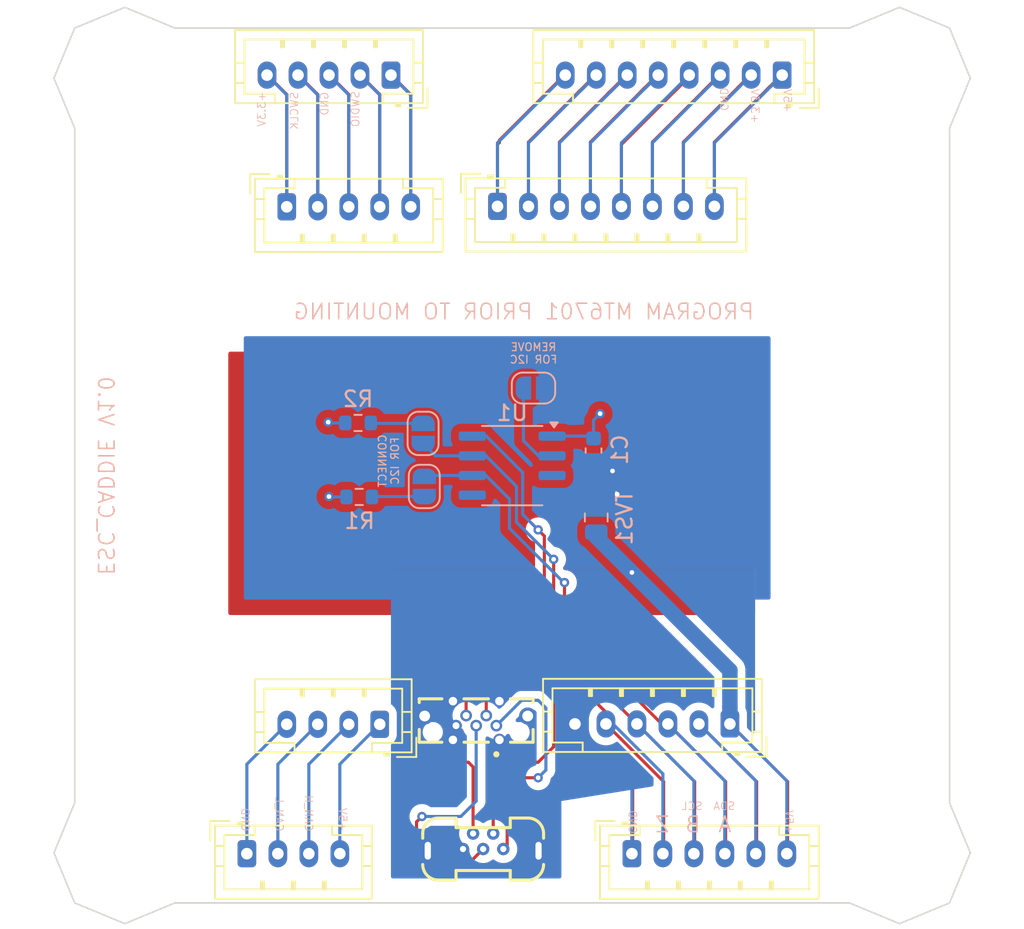
<source format=kicad_pcb>
(kicad_pcb (version 20240108) (generator "pcbnew") (generator_version "8.0")
  (layers (0 "F.Cu" signal) (31 "B.Cu" signal) (34 "B.Paste" user) (35 "F.Paste" user) (36 "B.SilkS" user "B.Silkscreen") (37 "F.SilkS" user "F.Silkscreen") (38 "B.Mask" user) (39 "F.Mask" user) (44 "Edge.Cuts" user))
  (net 0 "")
  (net 1 "GND")
  (net 2 "Vcc")
  (net 3 "ENC_A")
  (net 4 "ENC_B")
  (net 5 "ENC_Z")
  (net 6 "Net-(JP1-A)")
  (net 7 "Net-(JP2-A)")
  (net 8 "MODE")
  (net 10 "/OUT")
  (net 11 "Net-(J2-D+)")
  (net 12 "Net-(J2-D-)")
  (net 13 "Net-(J2-ID)")
  (net 14 "Net-(J2-VBUS)")
  (net 15 "Net-(J4-Pin_3)")
  (net 16 "Net-(J4-Pin_2)")
  (net 17 "Net-(J4-Pin_4)")
  (net 18 "Net-(J4-Pin_1)")
  (net 19 "Net-(J5-Pin_4)")
  (net 20 "Net-(J5-Pin_1)")
  (net 21 "Net-(J5-Pin_3)")
  (net 22 "Net-(J5-Pin_2)")
  (net 23 "Net-(J5-Pin_5)")
  (net 24 "Net-(J11-Pin_7)")
  (net 25 "Net-(J11-Pin_2)")
  (net 26 "Net-(J11-Pin_3)")
  (net 27 "Net-(J11-Pin_4)")
  (net 28 "Net-(J11-Pin_8)")
  (net 29 "Net-(J11-Pin_1)")
  (net 30 "Net-(J11-Pin_5)")
  (net 31 "Net-(J11-Pin_6)")
  (net 32 "NET1")
  (footprint "MountingHole:MountingHole_2.7mm" (layer "F.Cu") (at 88.32 85.35)
    (property "Reference" "REF**" (hide yes))
    (property "Value" "MountingHole_2.7mm")
    (pad "" np_thru_hole circle (at 0 0) (size 2.7 2.7) (drill 2.7) (layers "*.Cu" "*.Mask"))
  )
  (footprint "Connector_JST:JST_PH_B5B-PH-K_1x05_P2.00mm_Vertical" (layer "F.Cu") (at 48.775 43.65)
    (property "Reference" "J9" (hide yes))
    (property "Value" "Conn_01x05")
    (pad "1" thru_hole roundrect (at 0 0) (size 1.2 1.75) (drill 0.75) (layers "*.Cu" "*.Mask") (roundrect_rratio 0.208333) (net 23 "Net-(J5-Pin_5)"))
    (pad "2" thru_hole oval (at 2 0) (size 1.2 1.75) (drill 0.75) (layers "*.Cu" "*.Mask") (net 19 "Net-(J5-Pin_4)"))
    (pad "3" thru_hole oval (at 4 0) (size 1.2 1.75) (drill 0.75) (layers "*.Cu" "*.Mask") (net 21 "Net-(J5-Pin_3)"))
    (pad "4" thru_hole oval (at 6 0) (size 1.2 1.75) (drill 0.75) (layers "*.Cu" "*.Mask") (net 22 "Net-(J5-Pin_2)"))
    (pad "5" thru_hole oval (at 8 0) (size 1.2 1.75) (drill 0.75) (layers "*.Cu" "*.Mask") (net 20 "Net-(J5-Pin_1)"))
  )
  (footprint "MountingHole:MountingHole_2.7mm" (layer "F.Cu") (at 43.57 43.65)
    (property "Reference" "REF**" (hide yes))
    (property "Value" "MountingHole_2.7mm")
    (pad "" np_thru_hole circle (at 0 0) (size 2.7 2.7) (drill 2.7) (layers "*.Cu" "*.Mask"))
  )
  (footprint "USB3145-30-1-A:USB3145-30-1-A" (layer "F.Cu") (at 61.45 85.1 180)
    (property "Reference" "J1" (hide yes))
    (property "Value" "USB3145-30-1-A")
    (pad "1" thru_hole circle (at -1.3 0 180) (size 0.8 0.8) (drill 0.4) (layers "*.Cu" "*.Mask") (net 14 "Net-(J2-VBUS)"))
    (pad "2" thru_hole circle (at -0.65 1 180) (size 0.8 0.8) (drill 0.4) (layers "*.Cu" "*.Mask") (net 12 "Net-(J2-D-)"))
    (pad "3" thru_hole circle (at 0 0 180) (size 0.8 0.8) (drill 0.4) (layers "*.Cu" "*.Mask") (net 11 "Net-(J2-D+)"))
    (pad "4" thru_hole circle (at 0.65 1 180) (size 0.8 0.8) (drill 0.4) (layers "*.Cu" "*.Mask") (net 13 "Net-(J2-ID)"))
    (pad "5" thru_hole circle (at 1.3 0 180) (size 0.8 0.8) (drill 0.4) (layers "*.Cu" "*.Mask") (net 1 "GND"))
    (pad "S1" thru_hole oval (at -3.575 -0.11 180) (size 0.85 1.7) (drill oval 0.4 1.15) (layers "*.Cu" "*.Mask") (net 1 "GND"))
    (pad "S2" thru_hole oval (at 3.575 -0.11 180) (size 0.85 1.7) (drill oval 0.4 1.15) (layers "*.Cu" "*.Mask") (net 1 "GND"))
  )
  (footprint "MountingHole:MountingHole_2.7mm" (layer "F.Cu") (at 38.32 35.35)
    (property "Reference" "REF**" (hide yes))
    (property "Value" "MountingHole_2.7mm")
    (pad "" np_thru_hole circle (at 0 0) (size 2.7 2.7) (drill 2.7) (layers "*.Cu" "*.Mask"))
  )
  (footprint "Connector_JST:JST_PH_B5B-PH-K_1x05_P2.00mm_Vertical" (layer "F.Cu") (at 55.5 35.15 180)
    (property "Reference" "J5" (hide yes))
    (property "Value" "Conn_01x05")
    (pad "1" thru_hole roundrect (at 0 0 180) (size 1.2 1.75) (drill 0.75) (layers "*.Cu" "*.Mask") (roundrect_rratio 0.208333) (net 20 "Net-(J5-Pin_1)"))
    (pad "2" thru_hole oval (at 2 0 180) (size 1.2 1.75) (drill 0.75) (layers "*.Cu" "*.Mask") (net 22 "Net-(J5-Pin_2)"))
    (pad "3" thru_hole oval (at 4 0 180) (size 1.2 1.75) (drill 0.75) (layers "*.Cu" "*.Mask") (net 21 "Net-(J5-Pin_3)"))
    (pad "4" thru_hole oval (at 6 0 180) (size 1.2 1.75) (drill 0.75) (layers "*.Cu" "*.Mask") (net 19 "Net-(J5-Pin_4)"))
    (pad "5" thru_hole oval (at 8 0 180) (size 1.2 1.75) (drill 0.75) (layers "*.Cu" "*.Mask") (net 23 "Net-(J5-Pin_5)"))
  )
  (footprint "Connector_JST:JST_PH_B4B-PH-K_1x04_P2.00mm_Vertical" (layer "F.Cu") (at 46.2 85.4)
    (property "Reference" "J8" (hide yes))
    (property "Value" "Conn_01x04")
    (pad "1" thru_hole roundrect (at 0 0) (size 1.2 1.75) (drill 0.75) (layers "*.Cu" "*.Mask") (roundrect_rratio 0.208333) (net 17 "Net-(J4-Pin_4)"))
    (pad "2" thru_hole oval (at 2 0) (size 1.2 1.75) (drill 0.75) (layers "*.Cu" "*.Mask") (net 15 "Net-(J4-Pin_3)"))
    (pad "3" thru_hole oval (at 4 0) (size 1.2 1.75) (drill 0.75) (layers "*.Cu" "*.Mask") (net 16 "Net-(J4-Pin_2)"))
    (pad "4" thru_hole oval (at 6 0) (size 1.2 1.75) (drill 0.75) (layers "*.Cu" "*.Mask") (net 18 "Net-(J4-Pin_1)"))
  )
  (footprint "Connector_JST:JST_PH_B6B-PH-K_1x06_P2.00mm_Vertical" (layer "F.Cu") (at 77.375 77.025 180)
    (property "Reference" "J6" (hide yes))
    (property "Value" "Conn_01x06")
    (pad "1" thru_hole roundrect (at 0 0 180) (size 1.2 1.75) (drill 0.75) (layers "*.Cu" "*.Mask") (roundrect_rratio 0.208333) (net 2 "Vcc"))
    (pad "2" thru_hole oval (at 2 0 180) (size 1.2 1.75) (drill 0.75) (layers "*.Cu" "*.Mask") (net 32 "NET1"))
    (pad "3" thru_hole oval (at 4 0 180) (size 1.2 1.75) (drill 0.75) (layers "*.Cu" "*.Mask") (net 3 "ENC_A"))
    (pad "4" thru_hole oval (at 6 0 180) (size 1.2 1.75) (drill 0.75) (layers "*.Cu" "*.Mask") (net 4 "ENC_B"))
    (pad "5" thru_hole oval (at 8 0 180) (size 1.2 1.75) (drill 0.75) (layers "*.Cu" "*.Mask") (net 5 "ENC_Z"))
    (pad "6" thru_hole oval (at 10 0 180) (size 1.2 1.75) (drill 0.75) (layers "*.Cu" "*.Mask") (net 1 "GND"))
  )
  (footprint "MountingHole:MountingHole_2.7mm" (layer "F.Cu") (at 38.32 85.35)
    (property "Reference" "REF**" (hide yes))
    (property "Value" "MountingHole_2.7mm")
    (pad "" np_thru_hole circle (at 0 0) (size 2.7 2.7) (drill 2.7) (layers "*.Cu" "*.Mask"))
  )
  (footprint "USB3150-30-130-A:GCT_USB3150-30-130-A" (layer "F.Cu") (at 61 76.485 180)
    (property "Reference" "J2" (hide yes))
    (property "Value" "USB3150-30-130-A")
    (pad "" np_thru_hole circle (at -2.8 -1.07 180) (size 0.8 0.8) (drill 0.8) (layers "*.Cu" "*.Mask"))
    (pad "" np_thru_hole circle (at 2.8 -1.07 180) (size 0.8 0.8) (drill 0.8) (layers "*.Cu" "*.Mask"))
    (pad "1" thru_hole circle (at -1.3 -0.65 180) (size 0.75 0.75) (drill 0.45) (layers "*.Cu" "*.Mask") (net 14 "Net-(J2-VBUS)"))
    (pad "2" thru_hole circle (at -0.65 0 180) (size 0.75 0.75) (drill 0.45) (layers "*.Cu" "*.Mask") (net 12 "Net-(J2-D-)"))
    (pad "3" thru_hole circle (at 0 -0.65 180) (size 0.75 0.75) (drill 0.45) (layers "*.Cu" "*.Mask") (net 11 "Net-(J2-D+)"))
    (pad "4" thru_hole circle (at 0.65 0 180) (size 0.75 0.75) (drill 0.45) (layers "*.Cu" "*.Mask") (net 13 "Net-(J2-ID)"))
    (pad "5" thru_hole circle (at 1.3 -0.65 180) (size 0.75 0.75) (drill 0.45) (layers "*.Cu" "*.Mask") (net 1 "GND"))
    (pad "S1" thru_hole circle (at -1.5 -1.57 180) (size 0.79 0.79) (drill 0.55) (layers "*.Cu" "*.Mask") (net 1 "GND"))
    (pad "S2" thru_hole circle (at 1.5 -1.57 180) (size 0.79 0.79) (drill 0.55) (layers "*.Cu" "*.Mask") (net 1 "GND"))
    (pad "S3" thru_hole circle (at -1.5 0.93 180) (size 0.79 0.79) (drill 0.55) (layers "*.Cu" "*.Mask") (net 1 "GND"))
    (pad "S4" thru_hole circle (at 1.5 0.93 180) (size 0.79 0.79) (drill 0.55) (layers "*.Cu" "*.Mask") (net 1 "GND"))
    (pad "S5" thru_hole circle (at -3.325 -0.03 180) (size 1.1 1.1) (drill 0.7) (layers "*.Cu" "*.Mask") (net 1 "GND"))
    (pad "S6" thru_hole circle (at 3.325 -0.03 180) (size 1.1 1.1) (drill 0.7) (layers "*.Cu" "*.Mask") (net 1 "GND"))
  )
  (footprint "MountingHole:MountingHole_2.7mm" (layer "F.Cu") (at 43.57 77.05)
    (property "Reference" "REF**" (hide yes))
    (property "Value" "MountingHole_2.7mm")
    (pad "" np_thru_hole circle (at 0 0) (size 2.7 2.7) (drill 2.7) (layers "*.Cu" "*.Mask"))
  )
  (footprint "MountingHole:MountingHole_2.7mm" (layer "F.Cu") (at 88.32 35.35)
    (property "Reference" "REF**" (hide yes))
    (property "Value" "MountingHole_2.7mm")
    (pad "" np_thru_hole circle (at 0 0) (size 2.7 2.7) (drill 2.7) (layers "*.Cu" "*.Mask"))
  )
  (footprint "MountingHole:MountingHole_2.7mm" (layer "F.Cu") (at 83.07 77.05)
    (property "Reference" "REF**" (hide yes))
    (property "Value" "MountingHole_2.7mm")
    (pad "" np_thru_hole circle (at 0 0) (size 2.7 2.7) (drill 2.7) (layers "*.Cu" "*.Mask"))
  )
  (footprint "Connector_JST:JST_PH_B4B-PH-K_1x04_P2.00mm_Vertical" (layer "F.Cu") (at 54.775 77.05 180)
    (property "Reference" "J4" (hide yes))
    (property "Value" "Conn_01x04")
    (pad "1" thru_hole roundrect (at 0 0 180) (size 1.2 1.75) (drill 0.75) (layers "*.Cu" "*.Mask") (roundrect_rratio 0.208333) (net 18 "Net-(J4-Pin_1)"))
    (pad "2" thru_hole oval (at 2 0 180) (size 1.2 1.75) (drill 0.75) (layers "*.Cu" "*.Mask") (net 16 "Net-(J4-Pin_2)"))
    (pad "3" thru_hole oval (at 4 0 180) (size 1.2 1.75) (drill 0.75) (layers "*.Cu" "*.Mask") (net 15 "Net-(J4-Pin_3)"))
    (pad "4" thru_hole oval (at 6 0 180) (size 1.2 1.75) (drill 0.75) (layers "*.Cu" "*.Mask") (net 17 "Net-(J4-Pin_4)"))
  )
  (footprint "Connector_JST:JST_PH_B8B-PH-K_1x08_P2.00mm_Vertical" (layer "F.Cu") (at 80.75 35.15 180)
    (property "Reference" "J7" (hide yes))
    (property "Value" "Conn_01x08")
    (pad "1" thru_hole roundrect (at 0 0 180) (size 1.2 1.75) (drill 0.75) (layers "*.Cu" "*.Mask") (roundrect_rratio 0.208333) (net 28 "Net-(J11-Pin_8)"))
    (pad "2" thru_hole oval (at 2 0 180) (size 1.2 1.75) (drill 0.75) (layers "*.Cu" "*.Mask") (net 24 "Net-(J11-Pin_7)"))
    (pad "3" thru_hole oval (at 4 0 180) (size 1.2 1.75) (drill 0.75) (layers "*.Cu" "*.Mask") (net 31 "Net-(J11-Pin_6)"))
    (pad "4" thru_hole oval (at 6 0 180) (size 1.2 1.75) (drill 0.75) (layers "*.Cu" "*.Mask") (net 30 "Net-(J11-Pin_5)"))
    (pad "5" thru_hole oval (at 8 0 180) (size 1.2 1.75) (drill 0.75) (layers "*.Cu" "*.Mask") (net 27 "Net-(J11-Pin_4)"))
    (pad "6" thru_hole oval (at 10 0 180) (size 1.2 1.75) (drill 0.75) (layers "*.Cu" "*.Mask") (net 26 "Net-(J11-Pin_3)"))
    (pad "7" thru_hole oval (at 12 0 180) (size 1.2 1.75) (drill 0.75) (layers "*.Cu" "*.Mask") (net 25 "Net-(J11-Pin_2)"))
    (pad "8" thru_hole oval (at 14 0 180) (size 1.2 1.75) (drill 0.75) (layers "*.Cu" "*.Mask") (net 29 "Net-(J11-Pin_1)"))
  )
  (footprint "Connector_JST:JST_PH_B8B-PH-K_1x08_P2.00mm_Vertical" (layer "F.Cu") (at 62.375 43.625)
    (property "Reference" "J11" (hide yes))
    (property "Value" "Conn_01x08")
    (pad "1" thru_hole roundrect (at 0 0) (size 1.2 1.75) (drill 0.75) (layers "*.Cu" "*.Mask") (roundrect_rratio 0.208333) (net 29 "Net-(J11-Pin_1)"))
    (pad "2" thru_hole oval (at 2 0) (size 1.2 1.75) (drill 0.75) (layers "*.Cu" "*.Mask") (net 25 "Net-(J11-Pin_2)"))
    (pad "3" thru_hole oval (at 4 0) (size 1.2 1.75) (drill 0.75) (layers "*.Cu" "*.Mask") (net 26 "Net-(J11-Pin_3)"))
    (pad "4" thru_hole oval (at 6 0) (size 1.2 1.75) (drill 0.75) (layers "*.Cu" "*.Mask") (net 27 "Net-(J11-Pin_4)"))
    (pad "5" thru_hole oval (at 8 0) (size 1.2 1.75) (drill 0.75) (layers "*.Cu" "*.Mask") (net 30 "Net-(J11-Pin_5)"))
    (pad "6" thru_hole oval (at 10 0) (size 1.2 1.75) (drill 0.75) (layers "*.Cu" "*.Mask") (net 31 "Net-(J11-Pin_6)"))
    (pad "7" thru_hole oval (at 12 0) (size 1.2 1.75) (drill 0.75) (layers "*.Cu" "*.Mask") (net 24 "Net-(J11-Pin_7)"))
    (pad "8" thru_hole oval (at 14 0) (size 1.2 1.75) (drill 0.75) (layers "*.Cu" "*.Mask") (net 28 "Net-(J11-Pin_8)"))
  )
  (footprint "Connector_JST:JST_PH_B6B-PH-K_1x06_P2.00mm_Vertical" (layer "F.Cu") (at 71.05 85.4)
    (property "Reference" "J10" (hide yes))
    (property "Value" "Conn_01x06")
    (pad "1" thru_hole roundrect (at 0 0) (size 1.2 1.75) (drill 0.75) (layers "*.Cu" "*.Mask") (roundrect_rratio 0.208333) (net 1 "GND"))
    (pad "2" thru_hole oval (at 2 0) (size 1.2 1.75) (drill 0.75) (layers "*.Cu" "*.Mask") (net 5 "ENC_Z"))
    (pad "3" thru_hole oval (at 4 0) (size 1.2 1.75) (drill 0.75) (layers "*.Cu" "*.Mask") (net 4 "ENC_B"))
    (pad "4" thru_hole oval (at 6 0) (size 1.2 1.75) (drill 0.75) (layers "*.Cu" "*.Mask") (net 3 "ENC_A"))
    (pad "5" thru_hole oval (at 8 0) (size 1.2 1.75) (drill 0.75) (layers "*.Cu" "*.Mask") (net 32 "NET1"))
    (pad "6" thru_hole oval (at 10 0) (size 1.2 1.75) (drill 0.75) (layers "*.Cu" "*.Mask") (net 2 "Vcc"))
  )
  (footprint "MountingHole:MountingHole_2.7mm" (layer "F.Cu") (at 83.07 43.65)
    (property "Reference" "REF**" (hide yes))
    (property "Value" "MountingHole_2.7mm")
    (pad "" np_thru_hole circle (at 0 0) (size 2.7 2.7) (drill 2.7) (layers "*.Cu" "*.Mask"))
  )
  (footprint "Jumper:SolderJumper-2_P1.3mm_Open_RoundedPad1.0x1.5mm" (layer "B.Cu") (at 64.7 55.35)
    (property "Reference" "JP3" (hide yes))
    (property "Value" "SolderJumper_2_Open")
    (pad "1" smd custom (at -0.65 0) (size 1 0.5) (layers "B.Cu" "B.Mask") (net 8 "MODE") (options (clearance outline) (anchor rect)) (primitives (gr_circle (center 0 -0.25) (end 0.5 -0.25) (width 0) (fill yes)) (gr_circle (center 0 0.25) (end 0.5 0.25) (width 0) (fill yes)) (gr_poly (pts (xy 0.5 -0.75) (xy 0 -0.75) (xy 0 0.75) (xy 0.5 0.75)) (width 0) (fill yes))))
    (pad "2" smd custom (at 0.65 0) (size 1 0.5) (layers "B.Cu" "B.Mask") (net 1 "GND") (options (clearance outline) (anchor rect)) (primitives (gr_circle (center 0 -0.25) (end 0.5 -0.25) (width 0) (fill yes)) (gr_circle (center 0 0.25) (end 0.5 0.25) (width 0) (fill yes)) (gr_poly (pts (xy 0 -0.75) (xy -0.5 -0.75) (xy -0.5 0.75) (xy 0 0.75)) (width 0) (fill yes))))
  )
  (footprint "Resistor_SMD:R_0603_1608Metric" (layer "B.Cu") (at 53.45 62.375 180)
    (property "Reference" "R1" (at -0.025 -1.55 0) (layer "B.SilkS") (effects (justify mirror)))
    (property "Value" "R")
    (pad "1" smd roundrect (at -0.825 0 180) (size 0.8 0.95) (layers "B.Cu" "B.Paste" "B.Mask") (net 6 "Net-(JP1-A)"))
    (pad "2" smd roundrect (at 0.825 0 180) (size 0.8 0.95) (layers "B.Cu" "B.Paste" "B.Mask") (net 2 "Vcc"))
  )
  (footprint "Package_SO:SO-8_3.9x4.9mm_P1.27mm" (layer "B.Cu") (at 63.325 60.355 180)
    (property "Reference" "U1" (at 0 3.4 0) (layer "B.SilkS") (effects (justify mirror)))
    (property "Value" "MT6701CT")
    (pad "1" smd roundrect (at -2.575 1.905 180) (size 1.75 0.6) (layers "B.Cu" "B.Paste" "B.Mask") (net 2 "Vcc"))
    (pad "2" smd roundrect (at -2.575 0.635 180) (size 1.75 0.6) (layers "B.Cu" "B.Paste" "B.Mask") (net 8 "MODE"))
    (pad "3" smd roundrect (at -2.575 -0.635 180) (size 1.75 0.6) (layers "B.Cu" "B.Paste" "B.Mask") (net 10 "/OUT"))
    (pad "4" smd roundrect (at -2.575 -1.905 180) (size 1.75 0.6) (layers "B.Cu" "B.Paste" "B.Mask") (net 1 "GND"))
    (pad "5" smd roundrect (at 2.575 -1.905 180) (size 1.75 0.6) (layers "B.Cu" "B.Paste" "B.Mask"))
    (pad "6" smd roundrect (at 2.575 -0.635 180) (size 1.75 0.6) (layers "B.Cu" "B.Paste" "B.Mask") (net 3 "ENC_A"))
    (pad "7" smd roundrect (at 2.575 0.635 180) (size 1.75 0.6) (layers "B.Cu" "B.Paste" "B.Mask") (net 4 "ENC_B"))
    (pad "8" smd roundrect (at 2.575 1.905 180) (size 1.75 0.6) (layers "B.Cu" "B.Paste" "B.Mask") (net 5 "ENC_Z"))
  )
  (footprint "Jumper:SolderJumper-2_P1.3mm_Open_RoundedPad1.0x1.5mm" (layer "B.Cu") (at 57.575 58.275 -90)
    (property "Reference" "JP2" (hide yes))
    (property "Value" "SolderJumper_2_Open")
    (pad "1" smd custom (at -0.65 0 270) (size 1 0.5) (layers "B.Cu" "B.Mask") (net 7 "Net-(JP2-A)") (options (clearance outline) (anchor rect)) (primitives (gr_circle (center 0 -0.25) (end 0.5 -0.25) (width 0) (fill yes)) (gr_circle (center 0 0.25) (end 0.5 0.25) (width 0) (fill yes)) (gr_poly (pts (xy 0.5 -0.75) (xy 0 -0.75) (xy 0 0.75) (xy 0.5 0.75)) (width 0) (fill yes))))
    (pad "2" smd custom (at 0.65 0 270) (size 1 0.5) (layers "B.Cu" "B.Mask") (net 4 "ENC_B") (options (clearance outline) (anchor rect)) (primitives (gr_circle (center 0 -0.25) (end 0.5 -0.25) (width 0) (fill yes)) (gr_circle (center 0 0.25) (end 0.5 0.25) (width 0) (fill yes)) (gr_poly (pts (xy 0 -0.75) (xy -0.5 -0.75) (xy -0.5 0.75) (xy 0 0.75)) (width 0) (fill yes))))
  )
  (footprint "Jumper:SolderJumper-2_P1.3mm_Open_RoundedPad1.0x1.5mm" (layer "B.Cu") (at 57.65 61.7 90)
    (property "Reference" "JP1" (hide yes))
    (property "Value" "SolderJumper_2_Open")
    (pad "1" smd custom (at -0.65 0 90) (size 1 0.5) (layers "B.Cu" "B.Mask") (net 6 "Net-(JP1-A)") (options (clearance outline) (anchor rect)) (primitives (gr_circle (center 0 -0.25) (end 0.5 -0.25) (width 0) (fill yes)) (gr_circle (center 0 0.25) (end 0.5 0.25) (width 0) (fill yes)) (gr_poly (pts (xy 0.5 -0.75) (xy 0 -0.75) (xy 0 0.75) (xy 0.5 0.75)) (width 0) (fill yes))))
    (pad "2" smd custom (at 0.65 0 90) (size 1 0.5) (layers "B.Cu" "B.Mask") (net 3 "ENC_A") (options (clearance outline) (anchor rect)) (primitives (gr_circle (center 0 -0.25) (end 0.5 -0.25) (width 0) (fill yes)) (gr_circle (center 0 0.25) (end 0.5 0.25) (width 0) (fill yes)) (gr_poly (pts (xy 0 -0.75) (xy -0.5 -0.75) (xy -0.5 0.75) (xy 0 0.75)) (width 0) (fill yes))))
  )
  (footprint "Capacitor_SMD:C_0805_2012Metric" (layer "B.Cu") (at 68.75 63.7 90)
    (property "Reference" "TVS1" (at -0.025 1.825 90) (layer "B.SilkS") (effects (justify mirror)))
    (property "Value" "SMFJ6.0A / SMFJ6.0CA")
    (pad "1" smd roundrect (at -0.95 0 90) (size 1 1.45) (layers "B.Cu" "B.Paste" "B.Mask") (net 2 "Vcc"))
    (pad "2" smd roundrect (at 0.95 0 90) (size 1 1.45) (layers "B.Cu" "B.Paste" "B.Mask") (net 1 "GND"))
  )
  (footprint "Resistor_SMD:R_0603_1608Metric" (layer "B.Cu") (at 53.375 57.6 180)
    (property "Reference" "R2" (at 0 1.55 0) (layer "B.SilkS") (effects (justify mirror)))
    (property "Value" "R")
    (pad "1" smd roundrect (at -0.825 0 180) (size 0.8 0.95) (layers "B.Cu" "B.Paste" "B.Mask") (net 7 "Net-(JP2-A)"))
    (pad "2" smd roundrect (at 0.825 0 180) (size 0.8 0.95) (layers "B.Cu" "B.Paste" "B.Mask") (net 2 "Vcc"))
  )
  (footprint "Capacitor_SMD:C_0603_1608Metric" (layer "B.Cu") (at 68.575 59.375 -90)
    (property "Reference" "C1" (at -0.05 -1.7 90) (layer "B.SilkS") (effects (justify mirror)))
    (property "Value" "C_Small")
    (pad "1" smd roundrect (at -0.775 0 270) (size 0.9 0.95) (layers "B.Cu" "B.Paste" "B.Mask") (net 2 "Vcc"))
    (pad "2" smd roundrect (at 0.775 0 270) (size 0.9 0.95) (layers "B.Cu" "B.Paste" "B.Mask") (net 1 "GND"))
  )
  (gr_line (start 33.749118 85.345403) (end 35.088016 88.57779) (stroke (width 0.1)) (layer "Edge.Cuts"))
  (gr_line (start 35.088016 38.57779) (end 35.088016 82.113017) (stroke (width 0.1)) (layer "Edge.Cuts"))
  (gr_line (start 91.552789 88.57779) (end 92.891687 85.345403) (stroke (width 0.1)) (layer "Edge.Cuts"))
  (gr_line (start 35.088016 88.57779) (end 38.320403 89.916688) (stroke (width 0.1)) (layer "Edge.Cuts"))
  (gr_line (start 85.088016 88.57779) (end 88.320403 89.916688) (stroke (width 0.1)) (layer "Edge.Cuts"))
  (gr_line (start 91.552789 82.113017) (end 91.552789 38.57779) (stroke (width 0.1)) (layer "Edge.Cuts"))
  (gr_line (start 88.320403 89.916688) (end 91.552789 88.57779) (stroke (width 0.1)) (layer "Edge.Cuts"))
  (gr_line (start 38.320403 89.916688) (end 41.552789 88.57779) (stroke (width 0.1)) (layer "Edge.Cuts"))
  (gr_line (start 35.088016 32.113017) (end 33.749118 35.345403) (stroke (width 0.1)) (layer "Edge.Cuts"))
  (gr_line (start 85.088016 32.113017) (end 41.552789 32.113017) (stroke (width 0.1)) (layer "Edge.Cuts"))
  (gr_line (start 91.552789 32.113017) (end 88.320403 30.774119) (stroke (width 0.1)) (layer "Edge.Cuts"))
  (gr_line (start 88.320403 30.774119) (end 85.088016 32.113017) (stroke (width 0.1)) (layer "Edge.Cuts"))
  (gr_line (start 41.552789 88.57779) (end 85.088016 88.57779) (stroke (width 0.1)) (layer "Edge.Cuts"))
  (gr_line (start 33.749118 35.345403) (end 35.088016 38.57779) (stroke (width 0.1)) (layer "Edge.Cuts"))
  (gr_line (start 38.320403 30.774119) (end 35.088016 32.113017) (stroke (width 0.1)) (layer "Edge.Cuts"))
  (gr_line (start 35.088016 82.113017) (end 33.749118 85.345403) (stroke (width 0.1)) (layer "Edge.Cuts"))
  (gr_line (start 92.891687 85.345403) (end 91.552789 82.113017) (stroke (width 0.1)) (layer "Edge.Cuts"))
  (gr_line (start 91.552789 38.57779) (end 92.891687 35.345403) (stroke (width 0.1)) (layer "Edge.Cuts"))
  (gr_line (start 41.552789 32.113017) (end 38.320403 30.774119) (stroke (width 0.1)) (layer "Edge.Cuts"))
  (gr_line (start 92.891687 35.345403) (end 91.552789 32.113017) (stroke (width 0.1)) (layer "Edge.Cuts"))
  (gr_text "+3.3V" (at 78.7 38.3 -90) (layer "B.SilkS") (effects (font (size 0.5 0.5) (thickness 0.05)) (justify left bottom mirror)))
  (gr_text "GND\n" (at 51.5 36.2 90) (layer "B.SilkS") (effects (font (size 0.5 0.5) (thickness 0.05)) (justify left bottom mirror)))
  (gr_text "SDA" (at 77.75 82.621 0) (layer "B.SilkS") (effects (font (size 0.5 0.5) (thickness 0.05)) (justify left bottom mirror)))
  (gr_text "CAN_L\n" (at 48 84 -90) (layer "B.SilkS") (effects (font (size 0.5 0.5) (thickness 0.05)) (justify left bottom mirror)))
  (gr_text "PROGRAM MT6701 PRIOR TO MOUNTING" (at 79 51 0) (layer "B.SilkS") (effects (font (size 1 1) (thickness 0.1)) (justify left bottom mirror)))
  (gr_text "+5V" (at 80.8 37.6 -90) (layer "B.SilkS") (effects (font (size 0.5 0.5) (thickness 0.05)) (justify left bottom mirror)))
  (gr_text "CAN_H" (at 49.9 84 -90) (layer "B.SilkS") (effects (font (size 0.5 0.5) (thickness 0.05)) (justify left bottom mirror)))
  (gr_text "+3.3V" (at 47.45 36.2 90) (layer "B.SilkS") (effects (font (size 0.5 0.5) (thickness 0.05)) (justify left bottom mirror)))
  (gr_text "SCL\n" (at 75.65 82.621 0) (layer "B.SilkS") (effects (font (size 0.5 0.5) (thickness 0.05)) (justify left bottom mirror)))
  (gr_text "SWDIO" (at 53.5 36.15 90) (layer "B.SilkS") (effects (font (size 0.5 0.5) (thickness 0.05)) (justify left bottom mirror)))
  (gr_text "GND" (at 76.7 37.5 -90) (layer "B.SilkS") (effects (font (size 0.5 0.5) (thickness 0.05)) (justify left bottom mirror)))
  (gr_text "B" (at 75.55 84.1 0) (layer "B.SilkS") (effects (font (size 1 1) (thickness 0.1)) (justify left bottom mirror)))
  (gr_text "+5V" (at 80.9 84.15 -90) (layer "B.SilkS") (effects (font (size 0.5 0.5) (thickness 0.05)) (justify left bottom mirror)))
  (gr_text "+5V" (at 52.1 84 -90) (layer "B.SilkS") (effects (font (size 0.5 0.5) (thickness 0.05)) (justify left bottom mirror)))
  (gr_text "GND" (at 45.8 84 -90) (layer "B.SilkS") (effects (font (size 0.5 0.5) (thickness 0.05)) (justify left bottom mirror)))
  (gr_text "ESC_CADDIE V1.0" (at 36.5 67.5 270) (layer "B.SilkS") (effects (font (size 1 1) (thickness 0.1)) (justify left bottom mirror)))
  (gr_text "GND" (at 70.8 84.15 -90) (layer "B.SilkS") (effects (font (size 0.5 0.5) (thickness 0.05)) (justify left bottom mirror)))
  (gr_text "REMOVE\nFOR I2C" (at 64.7 53.8 0) (layer "B.SilkS") (effects (font (size 0.5 0.5) (thickness 0.08)) (justify bottom mirror)))
  (gr_text "CONNECT\nFOR I2C" (at 56.05 60.05 90) (layer "B.SilkS") (effects (font (size 0.5 0.5) (thickness 0.08)) (justify bottom mirror)))
  (gr_text "Z" (at 73.55 84.1 0) (layer "B.SilkS") (effects (font (size 1 1) (thickness 0.1)) (justify left bottom mirror)))
  (gr_text "A" (at 77.55 84.1 0) (layer "B.SilkS") (effects (font (size 1 1) (thickness 0.1)) (justify left bottom mirror)))
  (gr_text "SWCLK\n" (at 49.55 36.2 90) (layer "B.SilkS") (effects (font (size 0.5 0.5) (thickness 0.05)) (justify left bottom mirror)))
  (segment (start 71.1 85.5) (end 71.1 83.75) (width 0.2) (layer "F.Cu") (net 1))
  (segment (start 71.1 83.75) (end 71.05 83.8) (width 0.2) (layer "F.Cu") (net 1))
  (segment (start 71.1 83.75) (end 71.1 80.75) (width 0.2) (layer "F.Cu") (net 1))
  (segment (start 71.1 80.75) (end 67.375 77.025) (width 0.2) (layer "F.Cu") (net 1))
  (segment (start 71.05 83.8) (end 71.05 85.4) (width 0.2) (layer "F.Cu") (net 1))
  (via (at 70.1 62.2) (size 0.6) (drill 0.3) (layers "F.Cu" "B.Cu") (net 1))
  (via (at 69.8 60.7) (size 0.6) (drill 0.3) (layers "F.Cu" "B.Cu") (net 1))
  (segment (start 69.55 62.75) (end 70.1 62.2) (width 0.2) (layer "B.Cu") (net 1))
  (segment (start 71.05 80.7) (end 67.375 77.025) (width 0.2) (layer "B.Cu") (net 1))
  (segment (start 71.05 85.4) (end 71.05 80.7) (width 0.2) (layer "B.Cu") (net 1))
  (segment (start 68.75 62.75) (end 69.55 62.75) (width 0.2) (layer "B.Cu") (net 1))
  (segment (start 69.25 60.15) (end 69.8 60.7) (width 0.2) (layer "B.Cu") (net 1))
  (segment (start 68.575 60.15) (end 69.25 60.15) (width 0.2) (layer "B.Cu") (net 1))
  (segment (start 81.1 85.5) (end 81.1 83.95) (width 0.2) (layer "F.Cu") (net 2))
  (segment (start 81.1 80.75) (end 77.375 77.025) (width 0.2) (layer "F.Cu") (net 2))
  (segment (start 81.1 83.95) (end 81.1 80.75) (width 0.2) (layer "F.Cu") (net 2))
  (segment (start 81.1 83.95) (end 81.05 84) (width 0.2) (layer "F.Cu") (net 2))
  (segment (start 81.05 84) (end 81.05 85.4) (width 0.2) (layer "F.Cu") (net 2))
  (via (at 69 57) (size 0.6) (drill 0.3) (layers "F.Cu" "B.Cu") (net 2))
  (via (at 71.05 67.25) (size 0.6) (drill 0.3) (layers "F.Cu" "B.Cu") (net 2))
  (via (at 51.45 57.55) (size 0.6) (drill 0.3) (layers "F.Cu" "B.Cu") (net 2))
  (via (at 51.5 62.35) (size 0.6) (drill 0.3) (layers "F.Cu" "B.Cu") (net 2))
  (segment (start 68.75 64.95) (end 71.05 67.25) (width 1) (layer "B.Cu") (net 2))
  (segment (start 68.575 57.425) (end 69 57) (width 0.2) (layer "B.Cu") (net 2))
  (segment (start 81.05 80.7) (end 77.375 77.025) (width 0.2) (layer "B.Cu") (net 2))
  (segment (start 52.625 62.375) (end 51.525 62.375) (width 0.2) (layer "B.Cu") (net 2))
  (segment (start 77.375 73.575) (end 77.375 75.95) (width 1) (layer "B.Cu") (net 2))
  (segment (start 77.375 75.95) (end 77.375 77.025) (width 1) (layer "B.Cu") (net 2))
  (segment (start 68.75 64.65) (end 68.75 64.95) (width 1) (layer "B.Cu") (net 2))
  (segment (start 71.05 67.25) (end 77.375 73.575) (width 1) (layer "B.Cu") (net 2))
  (segment (start 68.575 58.6) (end 68.575 57.425) (width 0.2) (layer "B.Cu") (net 2))
  (segment (start 51.525 62.375) (end 51.5 62.35) (width 0.2) (layer "B.Cu") (net 2))
  (segment (start 81.05 85.4) (end 81.05 80.7) (width 0.2) (layer "B.Cu") (net 2))
  (segment (start 68.425 58.45) (end 68.575 58.6) (width 0.2) (layer "B.Cu") (net 2))
  (segment (start 52.55 57.6) (end 51.5 57.6) (width 0.2) (layer "B.Cu") (net 2))
  (segment (start 65.9 58.45) (end 68.425 58.45) (width 0.2) (layer "B.Cu") (net 2))
  (segment (start 51.5 57.6) (end 51.45 57.55) (width 0.2) (layer "B.Cu") (net 2))
  (segment (start 66.7 70.75) (end 72.975 77.025) (width 0.2) (layer "F.Cu") (net 3))
  (segment (start 77.1 83.75) (end 77.05 83.8) (width 0.2) (layer "F.Cu") (net 3))
  (segment (start 66.7 67.9) (end 66.7 70.75) (width 0.2) (layer "F.Cu") (net 3))
  (segment (start 77.1 85.5) (end 77.1 83.75) (width 0.2) (layer "F.Cu") (net 3))
  (segment (start 72.975 77.025) (end 73.375 77.025) (width 0.2) (layer "F.Cu") (net 3))
  (segment (start 77.05 83.8) (end 77.05 85.4) (width 0.2) (layer "F.Cu") (net 3))
  (segment (start 77.1 83.75) (end 77.1 80.75) (width 0.2) (layer "F.Cu") (net 3))
  (segment (start 77.1 80.75) (end 73.375 77.025) (width 0.2) (layer "F.Cu") (net 3))
  (via (at 66.7 67.9) (size 0.6) (drill 0.3) (layers "F.Cu" "B.Cu") (net 3))
  (segment (start 66.65 67.9) (end 66.7 67.9) (width 0.2) (layer "B.Cu") (net 3))
  (segment (start 61.624999 60.99) (end 63.15 62.515001) (width 0.2) (layer "B.Cu") (net 3))
  (segment (start 63.15 64.4) (end 66.65 67.9) (width 0.2) (layer "B.Cu") (net 3))
  (segment (start 77.05 85.4) (end 77.05 80.7) (width 0.2) (layer "B.Cu") (net 3))
  (segment (start 57.71 60.99) (end 57.65 61.05) (width 0.2) (layer "B.Cu") (net 3))
  (segment (start 60.75 60.99) (end 57.71 60.99) (width 0.2) (layer "B.Cu") (net 3))
  (segment (start 77.05 80.7) (end 73.375 77.025) (width 0.2) (layer "B.Cu") (net 3))
  (segment (start 63.15 62.515001) (end 63.15 64.4) (width 0.2) (layer "B.Cu") (net 3))
  (segment (start 60.75 60.99) (end 61.624999 60.99) (width 0.2) (layer "B.Cu") (net 3))
  (segment (start 75.1 85.5) (end 75.1 83.6) (width 0.2) (layer "F.Cu") (net 4))
  (segment (start 66 71.6) (end 66 66.4) (width 0.2) (layer "F.Cu") (net 4))
  (segment (start 75.1 80.75) (end 71.375 77.025) (width 0.2) (layer "F.Cu") (net 4))
  (segment (start 66.35 71.95) (end 66 71.6) (width 0.2) (layer "F.Cu") (net 4))
  (segment (start 75.05 83.65) (end 75.05 85.4) (width 0.2) (layer "F.Cu") (net 4))
  (segment (start 75.1 83.6) (end 75.1 80.75) (width 0.2) (layer "F.Cu") (net 4))
  (segment (start 75.1 83.6) (end 75.05 83.65) (width 0.2) (layer "F.Cu") (net 4))
  (segment (start 71.375 77.025) (end 66.35 72) (width 0.2) (layer "F.Cu") (net 4))
  (via (at 66 66.4) (size 0.6) (drill 0.3) (layers "F.Cu" "B.Cu") (net 4))
  (segment (start 75.05 80.7) (end 71.375 77.025) (width 0.2) (layer "B.Cu") (net 4))
  (segment (start 61.624999 59.72) (end 63.6 61.695001) (width 0.2) (layer "B.Cu") (net 4))
  (segment (start 58.37 59.72) (end 57.575 58.925) (width 0.2) (layer "B.Cu") (net 4))
  (segment (start 60.75 59.72) (end 61.624999 59.72) (width 0.2) (layer "B.Cu") (net 4))
  (segment (start 63.6 61.695001) (end 63.6 64) (width 0.2) (layer "B.Cu") (net 4))
  (segment (start 75.05 85.4) (end 75.05 80.7) (width 0.2) (layer "B.Cu") (net 4))
  (segment (start 60.75 59.72) (end 58.37 59.72) (width 0.2) (layer "B.Cu") (net 4))
  (segment (start 63.6 64) (end 66 66.4) (width 0.2) (layer "B.Cu") (net 4))
  (segment (start 73.1 85.5) (end 73.1 83.9) (width 0.2) (layer "F.Cu") (net 5))
  (segment (start 73.1 83.9) (end 73.1 80.75) (width 0.2) (layer "F.Cu") (net 5))
  (segment (start 69.375 76.275) (end 66.125 73.025) (width 0.2) (layer "F.Cu") (net 5))
  (segment (start 73.05 83.95) (end 73.05 85.4) (width 0.2) (layer "F.Cu") (net 5))
  (segment (start 69.375 77.025) (end 69.375 76.275) (width 0.2) (layer "F.Cu") (net 5))
  (segment (start 65.4 70.85) (end 65.4 64.9) (width 0.2) (layer "F.Cu") (net 5))
  (segment (start 73.1 80.75) (end 69.375 77.025) (width 0.2) (layer "F.Cu") (net 5))
  (segment (start 65.4 72.3) (end 65.4 70.85) (width 0.2) (layer "F.Cu") (net 5))
  (segment (start 65.4 64.9) (end 65 64.5) (width 0.2) (layer "F.Cu") (net 5))
  (segment (start 66.125 73.025) (end 65.4 72.3) (width 0.2) (layer "F.Cu") (net 5))
  (segment (start 73.1 83.9) (end 73.05 83.95) (width 0.2) (layer "F.Cu") (net 5))
  (via (at 65 64.5) (size 0.6) (drill 0.3) (layers "F.Cu" "B.Cu") (net 5))
  (segment (start 64 60.8) (end 64 63.5) (width 0.2) (layer "B.Cu") (net 5))
  (segment (start 64 63.5) (end 65 64.5) (width 0.2) (layer "B.Cu") (net 5))
  (segment (start 69.827208 77.025) (end 69.375 77.025) (width 0.2) (layer "B.Cu") (net 5))
  (segment (start 61.65 58.45) (end 64 60.8) (width 0.2) (layer "B.Cu") (net 5))
  (segment (start 73.05 80.247792) (end 69.827208 77.025) (width 0.2) (layer "B.Cu") (net 5))
  (segment (start 60.75 58.45) (end 61.65 58.45) (width 0.2) (layer "B.Cu") (net 5))
  (segment (start 73.05 85.4) (end 73.05 80.247792) (width 0.2) (layer "B.Cu") (net 5))
  (segment (start 69.375 77.025) (end 69.375 76.375) (width 0.2) (layer "B.Cu") (net 5))
  (segment (start 57.65 62.35) (end 54.3 62.35) (width 0.2) (layer "B.Cu") (net 6))
  (segment (start 54.3 62.35) (end 54.275 62.375) (width 0.2) (layer "B.Cu") (net 6))
  (segment (start 54.225 57.625) (end 54.2 57.6) (width 0.2) (layer "B.Cu") (net 7))
  (segment (start 57.575 57.625) (end 54.225 57.625) (width 0.2) (layer "B.Cu") (net 7))
  (segment (start 65.025001 59.72) (end 64.05 58.744999) (width 0.2) (layer "B.Cu") (net 8))
  (segment (start 64.05 58.744999) (end 64.05 55.35) (width 0.2) (layer "B.Cu") (net 8))
  (segment (start 65.9 59.72) (end 65.025001 59.72) (width 0.2) (layer "B.Cu") (net 8))
  (segment (start 57.36 86.36) (end 57.15 86.15) (width 0.2) (layer "F.Cu") (net 11))
  (segment (start 57.15 86.15) (end 57.15 83.35) (width 0.2) (layer "F.Cu") (net 11))
  (segment (start 57.15 83.35) (end 57.5 83) (width 0.2) (layer "F.Cu") (net 11))
  (segment (start 61.45 85.1) (end 60.19 86.36) (width 0.2) (layer "F.Cu") (net 11))
  (segment (start 60.19 86.36) (end 57.36 86.36) (width 0.2) (layer "F.Cu") (net 11))
  (via (at 57.5 83) (size 0.6) (drill 0.3) (layers "F.Cu" "B.Cu") (net 11))
  (segment (start 61 77.135) (end 61 82.01005) (width 0.2) (layer "B.Cu") (net 11))
  (segment (start 60.01005 83) (end 57.5 83) (width 0.2) (layer "B.Cu") (net 11))
  (segment (start 61 82.01005) (end 60.01005 83) (width 0.2) (layer "B.Cu") (net 11))
  (segment (start 66 78.5) (end 66 75) (width 0.2) (layer "F.Cu") (net 12))
  (segment (start 62.1 80.4) (end 63 79.5) (width 0.2) (layer "F.Cu") (net 12))
  (segment (start 63 79.5) (end 65 79.5) (width 0.2) (layer "F.Cu") (net 12))
  (segment (start 65.5 74.5) (end 62.572121 74.5) (width 0.2) (layer "F.Cu") (net 12))
  (segment (start 61.65 75.422121) (end 61.65 76.485) (width 0.2) (layer "F.Cu") (net 12))
  (segment (start 62.572121 74.5) (end 61.65 75.422121) (width 0.2) (layer "F.Cu") (net 12))
  (segment (start 66 75) (end 65.5 74.5) (width 0.2) (layer "F.Cu") (net 12))
  (segment (start 62.1 84.1) (end 62.1 80.4) (width 0.2) (layer "F.Cu") (net 12))
  (segment (start 65 79.5) (end 66 78.5) (width 0.2) (layer "F.Cu") (net 12))
  (segment (start 60.35 74.85) (end 60.35 76.485) (width 0.2) (layer "F.Cu") (net 13))
  (segment (start 56.5 74.5) (end 60 74.5) (width 0.2) (layer "F.Cu") (net 13))
  (segment (start 57 79.5) (end 56 78.5) (width 0.2) (layer "F.Cu") (net 13))
  (segment (start 60.5 79.5) (end 57 79.5) (width 0.2) (layer "F.Cu") (net 13))
  (segment (start 60 74.5) (end 60.35 74.85) (width 0.2) (layer "F.Cu") (net 13))
  (segment (start 60.8 79.8) (end 60.5 79.5) (width 0.2) (layer "F.Cu") (net 13))
  (segment (start 56 75) (end 56.5 74.5) (width 0.2) (layer "F.Cu") (net 13))
  (segment (start 56 78.5) (end 56 75) (width 0.2) (layer "F.Cu") (net 13))
  (segment (start 60.8 84.1) (end 60.8 79.8) (width 0.2) (layer "F.Cu") (net 13))
  (segment (start 65 80.5) (end 64 80.5) (width 0.2) (layer "F.Cu") (net 14))
  (segment (start 63 81.5) (end 63 84.85) (width 0.2) (layer "F.Cu") (net 14))
  (segment (start 64 80.5) (end 63 81.5) (width 0.2) (layer "F.Cu") (net 14))
  (segment (start 63 84.85) (end 62.75 85.1) (width 0.2) (layer "F.Cu") (net 14))
  (via (at 65 80.5) (size 0.6) (drill 0.3) (layers "F.Cu" "B.Cu") (net 14))
  (segment (start 65.5 80) (end 65 80.5) (width 0.2) (layer "B.Cu") (net 14))
  (segment (start 62.3 77.135) (end 63.935 75.5) (width 0.2) (layer "B.Cu") (net 14))
  (segment (start 65 75.5) (end 65.5 76) (width 0.2) (layer "B.Cu") (net 14))
  (segment (start 63.935 75.5) (end 65 75.5) (width 0.2) (layer "B.Cu") (net 14))
  (segment (start 65.5 76) (end 65.5 76.5) (width 0.2) (layer "B.Cu") (net 14))
  (segment (start 65.5 76.5) (end 65.5 80) (width 0.2) (layer "B.Cu") (net 14))
  (segment (start 48.2 85.4) (end 48.2 79.625) (width 0.2) (layer "B.Cu") (net 15))
  (segment (start 48.2 79.625) (end 50.775 77.05) (width 0.2) (layer "B.Cu") (net 15))
  (segment (start 50.2 85.4) (end 50.2 79.625) (width 0.2) (layer "B.Cu") (net 16))
  (segment (start 50.2 79.625) (end 52.775 77.05) (width 0.2) (layer "B.Cu") (net 16))
  (segment (start 46.2 79.625) (end 48.775 77.05) (width 0.2) (layer "B.Cu") (net 17))
  (segment (start 46.2 85.4) (end 46.2 79.625) (width 0.2) (layer "B.Cu") (net 17))
  (segment (start 52.2 85.4) (end 52.2 79.625) (width 0.2) (layer "B.Cu") (net 18))
  (segment (start 52.2 79.625) (end 54.775 77.05) (width 0.2) (layer "B.Cu") (net 18))
  (segment (start 50.775 36.4) (end 50.75 36.4) (width 0.2) (layer "F.Cu") (net 19))
  (segment (start 50.75 36.4) (end 49.5 35.15) (width 0.2) (layer "F.Cu") (net 19))
  (segment (start 50.775 43.65) (end 50.775 36.4) (width 0.2) (layer "F.Cu") (net 19))
  (segment (start 50.775 36.4) (end 49.225 34.85) (width 0.2) (layer "F.Cu") (net 19))
  (segment (start 50.775 36.425) (end 49.5 35.15) (width 0.2) (layer "B.Cu") (net 19))
  (segment (start 50.775 43.65) (end 50.775 36.425) (width 0.2) (layer "B.Cu") (net 19))
  (segment (start 56.775 36.4) (end 55.225 34.85) (width 0.2) (layer "F.Cu") (net 20))
  (segment (start 56.775 43.65) (end 56.775 36.4) (width 0.2) (layer "F.Cu") (net 20))
  (segment (start 56.75 36.4) (end 55.5 35.15) (width 0.2) (layer "F.Cu") (net 20))
  (segment (start 56.775 36.4) (end 56.75 36.4) (width 0.2) (layer "F.Cu") (net 20))
  (segment (start 56.775 43.65) (end 56.775 36.425) (width 0.2) (layer "B.Cu") (net 20))
  (segment (start 56.775 36.425) (end 55.5 35.15) (width 0.2) (layer "B.Cu") (net 20))
  (segment (start 52.775 36.4) (end 51.225 34.85) (width 0.2) (layer "F.Cu") (net 21))
  (segment (start 52.775 36.4) (end 51.525 35.15) (width 0.2) (layer "F.Cu") (net 21))
  (segment (start 52.775 43.65) (end 52.775 36.4) (width 0.2) (layer "F.Cu") (net 21))
  (segment (start 51.525 35.15) (end 51.5 35.15) (width 0.2) (layer "F.Cu") (net 21))
  (segment (start 52.775 36.425) (end 51.5 35.15) (width 0.2) (layer "B.Cu") (net 21))
  (segment (start 52.775 43.65) (end 52.775 36.425) (width 0.2) (layer "B.Cu") (net 21))
  (segment (start 54.775 36.4) (end 54.75 36.4) (width 0.2) (layer "F.Cu") (net 22))
  (segment (start 54.775 43.65) (end 54.775 36.4) (width 0.2) (layer "F.Cu") (net 22))
  (segment (start 54.775 36.4) (end 53.225 34.85) (width 0.2) (layer "F.Cu") (net 22))
  (segment (start 54.75 36.4) (end 53.5 35.15) (width 0.2) (layer "F.Cu") (net 22))
  (segment (start 54.775 36.425) (end 53.5 35.15) (width 0.2) (layer "B.Cu") (net 22))
  (segment (start 54.775 43.65) (end 54.775 36.425) (width 0.2) (layer "B.Cu") (net 22))
  (segment (start 48.775 36.4) (end 48.75 36.4) (width 0.2) (layer "F.Cu") (net 23))
  (segment (start 48.775 43.65) (end 48.775 36.4) (width 0.2) (layer "F.Cu") (net 23))
  (segment (start 48.775 36.4) (end 47.225 34.85) (width 0.2) (layer "F.Cu") (net 23))
  (segment (start 48.75 36.4) (end 47.5 35.15) (width 0.2) (layer "F.Cu") (net 23))
  (segment (start 48.775 36.425) (end 47.5 35.15) (width 0.2) (layer "B.Cu") (net 23))
  (segment (start 48.775 43.65) (end 48.775 36.425) (width 0.2) (layer "B.Cu") (net 23))
  (segment (start 77.9 35.95) (end 78.7 35.15) (width 0.2) (layer "F.Cu") (net 24))
  (segment (start 74.375 43.625) (end 74.375 39.475) (width 0.2) (layer "F.Cu") (net 24))
  (segment (start 77.9 35.95) (end 79 34.85) (width 0.2) (layer "F.Cu") (net 24))
  (segment (start 74.375 39.475) (end 77.9 35.95) (width 0.2) (layer "F.Cu") (net 24))
  (segment (start 78.7 35.15) (end 78.75 35.15) (width 0.2) (layer "F.Cu") (net 24))
  (segment (start 74.375 39.525) (end 78.75 35.15) (width 0.2) (layer "B.Cu") (net 24))
  (segment (start 74.375 43.625) (end 74.375 39.525) (width 0.2) (layer "B.Cu") (net 24))
  (segment (start 64.375 39.475) (end 67.6 36.25) (width 0.2) (layer "F.Cu") (net 25))
  (segment (start 64.375 43.625) (end 64.375 39.475) (width 0.2) (layer "F.Cu") (net 25))
  (segment (start 67.75 36.15) (end 68.75 35.15) (width 0.2) (layer "F.Cu") (net 25))
  (segment (start 67.6 36.25) (end 69 34.85) (width 0.2) (layer "F.Cu") (net 25))
  (segment (start 67.7 36.15) (end 67.75 36.15) (width 0.2) (layer "F.Cu") (net 25))
  (segment (start 67.6 36.25) (end 67.7 36.15) (width 0.2) (layer "F.Cu") (net 25))
  (segment (start 64.375 43.625) (end 64.375 39.525) (width 0.2) (layer "B.Cu") (net 25))
  (segment (start 64.375 39.525) (end 68.75 35.15) (width 0.2) (layer "B.Cu") (net 25))
  (segment (start 69.675 36.225) (end 70.75 35.15) (width 0.2) (layer "F.Cu") (net 26))
  (segment (start 69.5 36.35) (end 71 34.85) (width 0.2) (layer "F.Cu") (net 26))
  (segment (start 69.5 36.35) (end 69.625 36.225) (width 0.2) (layer "F.Cu") (net 26))
  (segment (start 69.625 36.225) (end 69.675 36.225) (width 0.2) (layer "F.Cu") (net 26))
  (segment (start 66.375 39.475) (end 69.5 36.35) (width 0.2) (layer "F.Cu") (net 26))
  (segment (start 66.375 43.625) (end 66.375 39.475) (width 0.2) (layer "F.Cu") (net 26))
  (segment (start 66.375 43.625) (end 66.375 39.525) (width 0.2) (layer "B.Cu") (net 26))
  (segment (start 66.375 39.525) (end 70.75 35.15) (width 0.2) (layer "B.Cu") (net 26))
  (segment (start 71.625 36.225) (end 73 34.85) (width 0.2) (layer "F.Cu") (net 27))
  (segment (start 71.925 35.975) (end 72.75 35.15) (width 0.2) (layer "F.Cu") (net 27))
  (segment (start 68.375 39.475) (end 71.625 36.225) (width 0.2) (layer "F.Cu") (net 27))
  (segment (start 68.375 43.625) (end 68.375 39.475) (width 0.2) (layer "F.Cu") (net 27))
  (segment (start 71.875 35.975) (end 71.925 35.975) (width 0.2) (layer "F.Cu") (net 27))
  (segment (start 71.625 36.225) (end 71.875 35.975) (width 0.2) (layer "F.Cu") (net 27))
  (segment (start 68.375 43.625) (end 68.375 39.525) (width 0.2) (layer "B.Cu") (net 27))
  (segment (start 68.375 39.525) (end 72.75 35.15) (width 0.2) (layer "B.Cu") (net 27))
  (segment (start 79.8 36.05) (end 81 34.85) (width 0.2) (layer "F.Cu") (net 28))
  (segment (start 76.375 43.625) (end 76.375 39.475) (width 0.2) (layer "F.Cu") (net 28))
  (segment (start 80 35.9) (end 80.75 35.15) (width 0.2) (layer "F.Cu") (net 28))
  (segment (start 79.95 35.9) (end 80 35.9) (width 0.2) (layer "F.Cu") (net 28))
  (segment (start 79.8 36.05) (end 79.95 35.9) (width 0.2) (layer "F.Cu") (net 28))
  (segment (start 76.375 39.475) (end 79.8 36.05) (width 0.2) (layer "F.Cu") (net 28))
  (segment (start 76.375 39.525) (end 80.75 35.15) (width 0.2) (layer "B.Cu") (net 28))
  (segment (start 76.375 43.625) (end 76.375 39.525) (width 0.2) (layer "B.Cu") (net 28))
  (segment (start 62.375 39.625) (end 62.5 39.5) (width 0.2) (layer "F.Cu") (net 29))
  (segment (start 66.7 35.15) (end 66.75 35.15) (width 0.2) (layer "F.Cu") (net 29))
  (segment (start 62.5 39.5) (end 62.5 39.35) (width 0.2) (layer "F.Cu") (net 29))
  (segment (start 62.5 39.35) (end 65.55 36.3) (width 0.2) (layer "F.Cu") (net 29))
  (segment (start 65.55 36.3) (end 67 34.85) (width 0.2) (layer "F.Cu") (net 29))
  (segment (start 65.55 36.3) (end 66.7 35.15) (width 0.2) (layer "F.Cu") (net 29))
  (segment (start 62.375 43.625) (end 62.375 39.625) (width 0.2) (layer "F.Cu") (net 29))
  (segment (start 62.375 43.625) (end 62.375 39.525) (width 0.2) (layer "B.Cu") (net 29))
  (segment (start 62.375 39.525) (end 66.75 35.15) (width 0.2) (layer "B.Cu") (net 29))
  (segment (start 70.375 43.625) (end 70.375 39.625) (width 0.2) (layer "F.Cu") (net 30))
  (segment (start 74.75 35.25) (end 74.75 35.15) (width 0.2) (layer "F.Cu") (net 30))
  (segment (start 73.75 36.25) (end 75 35) (width 0.2) (layer "F.Cu") (net 30))
  (segment (start 75 35) (end 75 34.85) (width 0.2) (layer "F.Cu") (net 30))
  (segment (start 73.75 36.25) (end 74.75 35.25) (width 0.2) (layer "F.Cu") (net 30))
  (segment (start 70.375 39.625) (end 73.75 36.25) (width 0.2) (layer "F.Cu") (net 30))
  (segment (start 70.375 39.525) (end 74.75 35.15) (width 0.2) (layer "B.Cu") (net 30))
  (segment (start 70.375 43.625) (end 70.375 39.525) (width 0.2) (layer "B.Cu") (net 30))
  (segment (start 75.65 36.2) (end 76.7 35.15) (width 0.2) (layer "F.Cu") (net 31))
  (segment (start 75.65 36.2) (end 77 34.85) (width 0.2) (layer "F.Cu") (net 31))
  (segment (start 76.7 35.15) (end 76.75 35.15) (width 0.2) (layer "F.Cu") (net 31))
  (segment (start 72.375 39.475) (end 75.65 36.2) (width 0.2) (layer "F.Cu") (net 31))
  (segment (start 72.375 43.625) (end 72.375 39.475) (width 0.2) (layer "F.Cu") (net 31))
  (segment (start 72.375 39.525) (end 76.75 35.15) (width 0.2) (layer "B.Cu") (net 31))
  (segment (start 72.375 43.625) (end 72.375 39.525) (width 0.2) (layer "B.Cu") (net 31))
  (segment (start 79.1 85.5) (end 79.1 83.55) (width 0.2) (layer "F.Cu") (net 32))
  (segment (start 79.05 83.6) (end 79.05 85.4) (width 0.2) (layer "F.Cu") (net 32))
  (segment (start 79.1 83.55) (end 79.05 83.6) (width 0.2) (layer "F.Cu") (net 32))
  (segment (start 79.1 83.55) (end 79.1 80.75) (width 0.2) (layer "F.Cu") (net 32))
  (segment (start 79.1 80.75) (end 75.375 77.025) (width 0.2) (layer "F.Cu") (net 32))
  (segment (start 79.05 85.4) (end 79.05 80.7) (width 0.2) (layer "B.Cu") (net 32))
  (segment (start 79.05 80.7) (end 75.375 77.025) (width 0.2) (layer "B.Cu") (net 32))
  (zone (net 2) (net_name "Vcc") (layer "F.Cu") (connect_pads yes (clearance 0.5)) (min_thickness 0.25) (fill yes (thermal_gap 0.5) (thermal_bridge_width 0.5))
    (polygon (pts (xy 45 53) (xy 45 70) (xy 79 70) (xy 79 53)))
  )
  (zone (net 1) (net_name "GND") (layer "B.Cu") (priority 2) (connect_pads yes (clearance 0.5)) (min_thickness 0.25) (fill yes (thermal_gap 0.5) (thermal_bridge_width 0.5))
    (polygon (pts (xy 55.5 67) (xy 55.5 87) (xy 66.5 87) (xy 66.5 82) (xy 79 80) (xy 79 67)))
  )
  (zone (net 1) (net_name "GND") (layer "B.Cu") (priority 1) (connect_pads yes (clearance 0.5)) (min_thickness 0.25) (fill yes (thermal_gap 0.5) (thermal_bridge_width 0.5))
    (polygon (pts (xy 46 52) (xy 46 69) (xy 80 69) (xy 80 52)))
  )
  (zone (net 0) (net_name "") (layer "B.Cu") (connect_pads yes (clearance 0)) (min_thickness 0.25)
    (keepout (tracks allowed) (vias allowed) (pads allowed) (copperpour not_allowed) (footprints allowed))
    (fill (thermal_gap 0.5) (thermal_bridge_width 0.5))
    (polygon (pts (xy 68.3 57.7) (xy 68.575 59.375) (xy 64.9 59) (xy 64.9 57.8)))
  )
)
</source>
